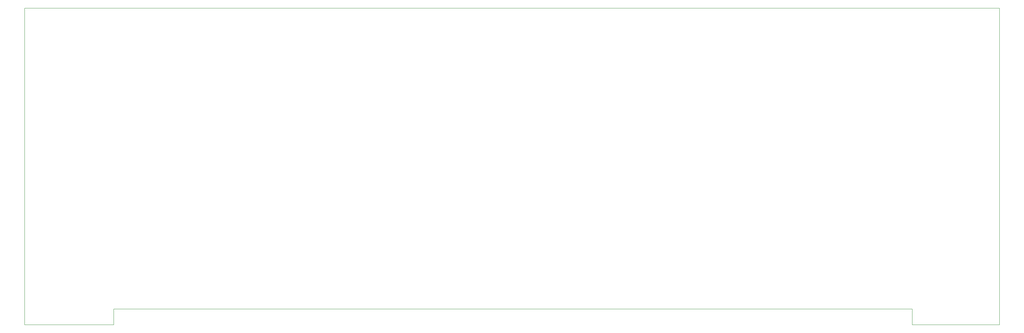
<source format=gm1>
G04 MADE WITH FRITZING*
G04 WWW.FRITZING.ORG*
G04 DOUBLE SIDED*
G04 HOLES PLATED*
G04 CONTOUR ON CENTER OF CONTOUR VECTOR*
%ASAXBY*%
%FSLAX23Y23*%
%MOIN*%
%OFA0B0*%
%SFA1.0B1.0*%
%ADD10C,0.008*%
%LNCONTOUR*%
G90*
G70*
G54D10*
X0Y6299D02*
X0Y0D01*
X1772Y0D01*
X1772Y315D01*
X17638Y315D01*
X17638Y0D01*
X19370Y0D01*
X19370Y6299D01*
X0Y6299D01*
D02*
G04 End of contour*
M02*
</source>
